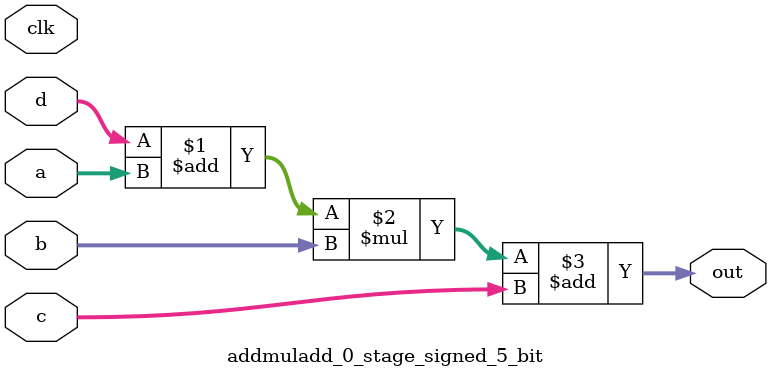
<source format=sv>
(* use_dsp = "yes" *) module addmuladd_0_stage_signed_5_bit(
	input signed [4:0] a,
	input signed [4:0] b,
	input signed [4:0] c,
	input signed [4:0] d,
	output [4:0] out,
	input clk);

	assign out = ((d + a) * b) + c;
endmodule

</source>
